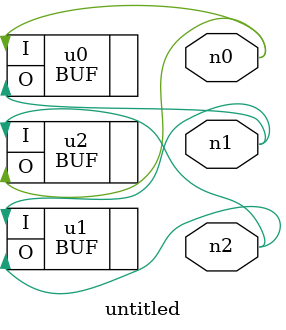
<source format=v>
module untitled(n0, n1, n2);

    output n0, n1, n2;

    BUF u0 (.I(n0), .O(n1));
    BUF u1 (.I(n1), .O(n2));
    BUF u2 (.I(n2), .O(n0));

    // signal values at the initial state:
    // !n0 !n1 !n2

endmodule

</source>
